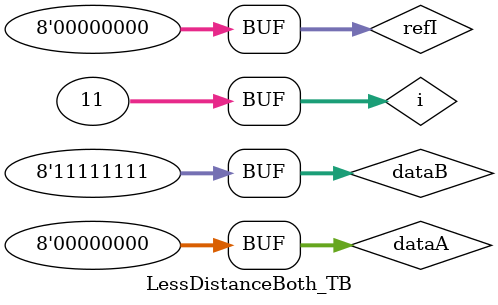
<source format=v>
`timescale 1ns/1ns
module LessDistanceBoth_TB();
	reg [7:0]dataA = 8'd0;
	reg [7:0]dataB = 8'd255;
	reg [7:0]refI = 8'd0;
	wire [7:0]lessDistance;
	wire [7:0]lessDistanceBehav;

	LessDistance ld(dataA, dataB, refI, lessDistance);
	LessDistanceBehavioral ldB({1'b0,dataA}, {1'b0,dataB}, {1'b0,refI}, lessDistanceBehav);
	integer i;
	initial begin
	#1000;
	for(i=0; i<=10; i=i+1) begin
		#1000 dataA = $urandom%255;
		#1000 dataB = $urandom%255;
		#1000 refI = $urandom%255;
	end
	#1000;
	end
endmodule
		
	
</source>
